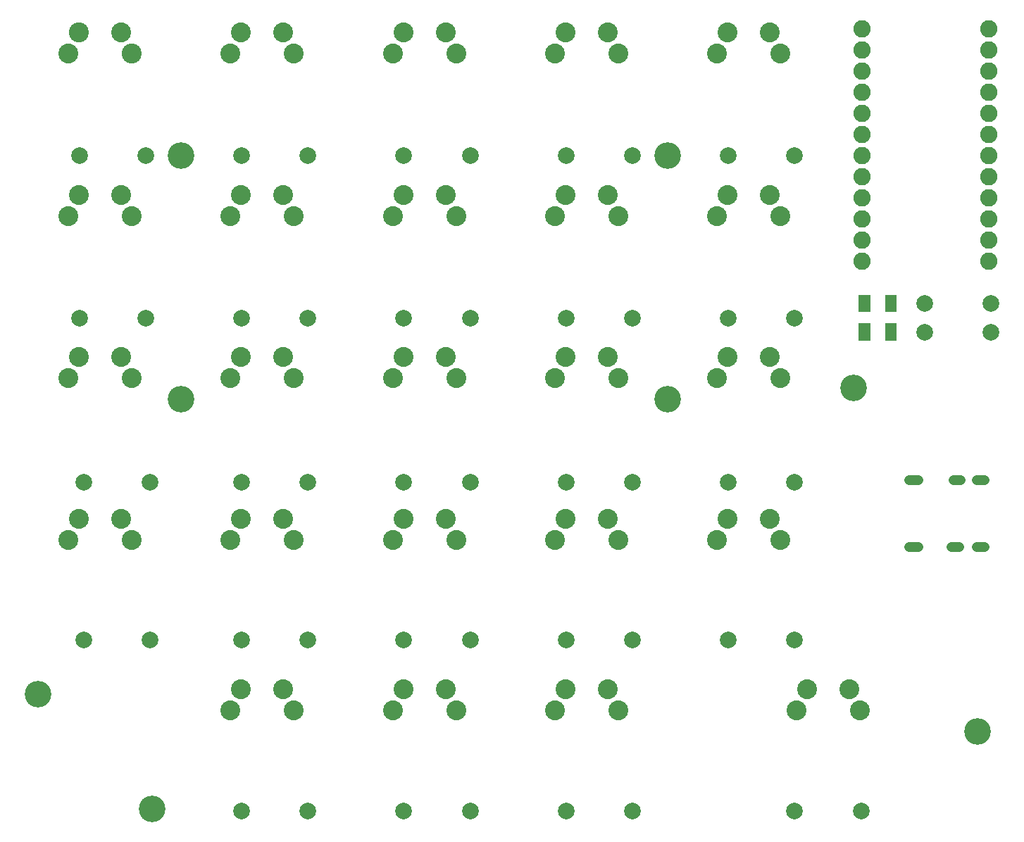
<source format=gbs>
G04 Layer: BottomSolderMaskLayer*
G04 EasyEDA v6.4.17, 2021-03-21T20:07:18+01:00*
G04 c47a54ca09f5448bbd9a4779f7b556aa,4df854c6aec24255a39790d4430c752a,10*
G04 Gerber Generator version 0.2*
G04 Scale: 100 percent, Rotated: No, Reflected: No *
G04 Dimensions in millimeters *
G04 leading zeros omitted , absolute positions ,4 integer and 5 decimal *
%FSLAX45Y45*%
%MOMM*%

%ADD22C,1.2032*%
%ADD23C,3.2032*%
%ADD24C,2.4032*%
%ADD25C,2.3876*%
%ADD26C,2.0032*%
%ADD27C,2.0828*%

%LPD*%
D22*
X12283991Y1868423D02*
G01*
X12193991Y1868423D01*
X11978937Y1868423D02*
G01*
X11888937Y1868423D01*
X11489065Y1868423D02*
G01*
X11379065Y1868423D01*
X11489065Y2678176D02*
G01*
X11379065Y2678176D01*
X11999003Y2678176D02*
G01*
X11909003Y2678176D01*
X12283991Y2678176D02*
G01*
X12193991Y2678176D01*
D23*
G01*
X2624988Y6578600D03*
G01*
X2624988Y3650005D03*
G01*
X2275001Y-1275003D03*
G01*
X899998Y99999D03*
G01*
X12200000Y-350012D03*
G01*
X8474989Y6574993D03*
G01*
X8474989Y3650005D03*
D24*
G01*
X2032000Y7803997D03*
G01*
X1397000Y8057997D03*
D23*
G01*
X10706100Y3784600D03*
D25*
G01*
X10654029Y157987D03*
G01*
X10019029Y-96012D03*
G01*
X10781029Y-96012D03*
G01*
X10146029Y157987D03*
G01*
X1903984Y8057895D03*
G01*
X1268984Y7803895D03*
G01*
X1395984Y8057895D03*
G01*
X2030984Y7803895D03*
G01*
X5803900Y8057895D03*
G01*
X5168900Y7803895D03*
G01*
X5295900Y8057895D03*
G01*
X5930900Y7803895D03*
G01*
X7754111Y8057895D03*
G01*
X7119111Y7803895D03*
G01*
X7246111Y8057895D03*
G01*
X7881111Y7803895D03*
G01*
X9704070Y8057895D03*
G01*
X9069070Y7803895D03*
G01*
X9196070Y8057895D03*
G01*
X9831070Y7803895D03*
G01*
X1903984Y6107937D03*
G01*
X1268984Y5853937D03*
G01*
X1395984Y6107937D03*
G01*
X2030984Y5853937D03*
G01*
X3853941Y6107937D03*
G01*
X3218941Y5853937D03*
G01*
X3345941Y6107937D03*
G01*
X3980941Y5853937D03*
G01*
X5803900Y6107937D03*
G01*
X5168900Y5853937D03*
G01*
X5295900Y6107937D03*
G01*
X5930900Y5853937D03*
G01*
X7754111Y6107937D03*
G01*
X7119111Y5853937D03*
G01*
X7246111Y6107937D03*
G01*
X7881111Y5853937D03*
G01*
X9704070Y6107937D03*
G01*
X9069070Y5853937D03*
G01*
X9196070Y6107937D03*
G01*
X9831070Y5853937D03*
G01*
X1903984Y4157979D03*
G01*
X1268984Y3903979D03*
G01*
X1395984Y4157979D03*
G01*
X2030984Y3903979D03*
G01*
X3853941Y4157979D03*
G01*
X3218941Y3903979D03*
G01*
X3345941Y4157979D03*
G01*
X3980941Y3903979D03*
G01*
X5803900Y4157979D03*
G01*
X5168900Y3903979D03*
G01*
X5295900Y4157979D03*
G01*
X5930900Y3903979D03*
G01*
X7754111Y4157979D03*
G01*
X7119111Y3903979D03*
G01*
X7246111Y4157979D03*
G01*
X7881111Y3903979D03*
G01*
X9704070Y4157979D03*
G01*
X9069070Y3903979D03*
G01*
X9196070Y4157979D03*
G01*
X9831070Y3903979D03*
G01*
X1903984Y2208021D03*
G01*
X1268984Y1954021D03*
G01*
X1395984Y2208021D03*
G01*
X2030984Y1954021D03*
G01*
X3853941Y2208021D03*
G01*
X3218941Y1954021D03*
G01*
X3345941Y2208021D03*
G01*
X3980941Y1954021D03*
G01*
X5803900Y2208021D03*
G01*
X5168900Y1954021D03*
G01*
X5295900Y2208021D03*
G01*
X5930900Y1954021D03*
G01*
X7754111Y2208021D03*
G01*
X7119111Y1954021D03*
G01*
X7246111Y2208021D03*
G01*
X7881111Y1954021D03*
G01*
X9704070Y2208021D03*
G01*
X9069070Y1954021D03*
G01*
X9196070Y2208021D03*
G01*
X9831070Y1954021D03*
G01*
X3853941Y157987D03*
G01*
X3218941Y-96012D03*
G01*
X3345941Y157987D03*
G01*
X3980941Y-96012D03*
G01*
X5803900Y157987D03*
G01*
X5168900Y-96012D03*
G01*
X5295900Y157987D03*
G01*
X5930900Y-96012D03*
G01*
X7754111Y157987D03*
G01*
X7119111Y-96012D03*
G01*
X7246111Y157987D03*
G01*
X7881111Y-96012D03*
D26*
G01*
X9999979Y-1299997D03*
G01*
X10799978Y-1299997D03*
G01*
X5299989Y-1299997D03*
G01*
X6099987Y-1299997D03*
G01*
X3349980Y-1299997D03*
G01*
X4149979Y-1299997D03*
G01*
X9199981Y750011D03*
G01*
X9999979Y750011D03*
G01*
X7249998Y750011D03*
G01*
X8049996Y750011D03*
G01*
X5299989Y750011D03*
G01*
X6099987Y750011D03*
G01*
X3349980Y750011D03*
G01*
X4149979Y750011D03*
G01*
X1449984Y750011D03*
G01*
X2249982Y750011D03*
G01*
X9199981Y2650007D03*
G01*
X9999979Y2650007D03*
G01*
X7249998Y2650007D03*
G01*
X8049996Y2650007D03*
G01*
X5299989Y2650007D03*
G01*
X6099987Y2650007D03*
G01*
X3349980Y2650007D03*
G01*
X4149979Y2650007D03*
G01*
X1449984Y2650007D03*
G01*
X2249982Y2650007D03*
G01*
X9199981Y4625009D03*
G01*
X9999979Y4625009D03*
G01*
X7249998Y4625009D03*
G01*
X8049996Y4625009D03*
G01*
X5299989Y4625009D03*
G01*
X6099987Y4625009D03*
G01*
X3349980Y4625009D03*
G01*
X4149979Y4625009D03*
G01*
X1399997Y4625009D03*
G01*
X2199995Y4625009D03*
G01*
X9199981Y6574993D03*
G01*
X9999979Y6574993D03*
G01*
X7249998Y6574993D03*
G01*
X8049996Y6574993D03*
G01*
X5299989Y6574993D03*
G01*
X6099987Y6574993D03*
G01*
X3349980Y6578600D03*
G01*
X4149979Y6578600D03*
G01*
X1399997Y6578600D03*
G01*
X2199995Y6578600D03*
G01*
X7249998Y-1299997D03*
G01*
X8049996Y-1299997D03*
G36*
X10768075Y4352544D02*
G01*
X10768075Y4562855D01*
X10908284Y4562855D01*
X10908284Y4352544D01*
G37*
G36*
X11088115Y4352544D02*
G01*
X11088115Y4562855D01*
X11228324Y4562855D01*
X11228324Y4352544D01*
G37*
G36*
X10768075Y4695444D02*
G01*
X10768075Y4905755D01*
X10908284Y4905755D01*
X10908284Y4695444D01*
G37*
G36*
X11088115Y4695444D02*
G01*
X11088115Y4905755D01*
X11228324Y4905755D01*
X11228324Y4695444D01*
G37*
G01*
X12363399Y4457700D03*
G01*
X11563400Y4457700D03*
G01*
X12363399Y4800600D03*
G01*
X11563400Y4800600D03*
D27*
G01*
X12331700Y5308600D03*
G01*
X12331700Y5562600D03*
G01*
X12331700Y5816600D03*
G01*
X12331700Y6070600D03*
G01*
X12331700Y6324600D03*
G01*
X12331700Y6578600D03*
G01*
X12331700Y6832600D03*
G01*
X12331700Y7086600D03*
G01*
X12331700Y7340600D03*
G01*
X12331700Y7594600D03*
G01*
X12331700Y7848600D03*
G01*
X12331700Y8102600D03*
G01*
X10807700Y8102600D03*
G01*
X10807700Y7848600D03*
G01*
X10807700Y7594600D03*
G01*
X10807700Y7340600D03*
G01*
X10807700Y7086600D03*
G01*
X10807700Y6832600D03*
G01*
X10807700Y6578600D03*
G01*
X10807700Y6324600D03*
G01*
X10807700Y6070600D03*
G01*
X10807700Y5816600D03*
G01*
X10807700Y5562600D03*
G01*
X10807700Y5308600D03*
D25*
G01*
X3853941Y8057895D03*
G01*
X3218941Y7803895D03*
G01*
X3345941Y8057895D03*
G01*
X3980941Y7803895D03*
M02*

</source>
